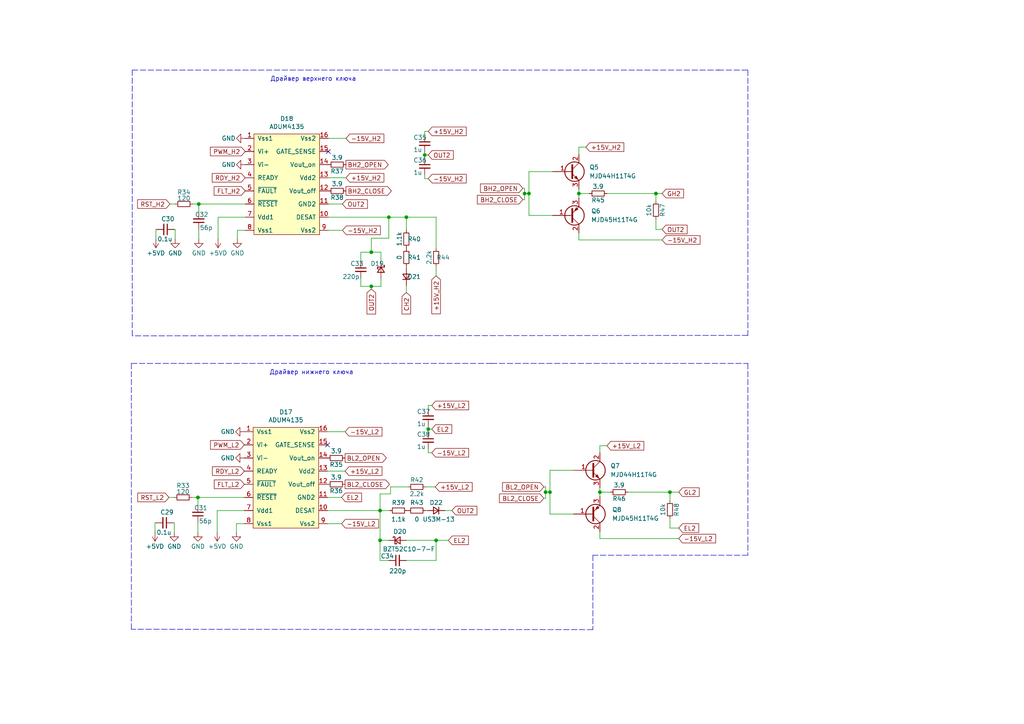
<source format=kicad_sch>
(kicad_sch (version 20211123) (generator eeschema)
  (paper "A4")
  (lib_symbols
    (symbol "ADUM_Driver:ADUM4135" (pin_names (offset 1.016))
      (property "Reference" "D" (at 0 0 0))
      (property "Value" "ADUM_Driver_ADUM4135" (at 0 -1.905 0))
      (symbol "ADUM4135_0_1"
        (rectangle (start -10.16 -3.175) (end 8.89 -32.385) (fill (type background)))
      )
      (symbol "ADUM4135_1_1"
        (pin input line (at -12.7 -4.445 0) (length 2.54) (name "Vss1") (number "1"))
        (pin input line (at 11.43 -27.305 180) (length 2.54) (name "DESAT") (number "10"))
        (pin input line (at 11.43 -23.495 180) (length 2.54) (name "GND2") (number "11"))
        (pin input line (at 11.43 -19.685 180) (length 2.54) (name "Vout_off") (number "12"))
        (pin input line (at 11.43 -15.875 180) (length 2.54) (name "Vdd2") (number "13"))
        (pin input line (at 11.43 -12.065 180) (length 2.54) (name "Vout_on") (number "14"))
        (pin input line (at 11.43 -8.255 180) (length 2.54) (name "GATE_SENSE") (number "15"))
        (pin input line (at 11.43 -4.445 180) (length 2.54) (name "Vss2") (number "16"))
        (pin input line (at -12.7 -8.255 0) (length 2.54) (name "Vi+") (number "2"))
        (pin input line (at -12.7 -12.065 0) (length 2.54) (name "Vi-") (number "3"))
        (pin input line (at -12.7 -15.875 0) (length 2.54) (name "READY") (number "4"))
        (pin input line (at -12.7 -19.685 0) (length 2.54) (name "~{FAULT}") (number "5"))
        (pin input line (at -12.7 -23.495 0) (length 2.54) (name "~{RESET}") (number "6"))
        (pin input line (at -12.7 -27.305 0) (length 2.54) (name "Vdd1") (number "7"))
        (pin input line (at -12.7 -31.115 0) (length 2.54) (name "Vss1") (number "8"))
        (pin input line (at 11.43 -31.115 180) (length 2.54) (name "Vss2") (number "9"))
      )
    )
    (symbol "Device:C_Small" (pin_numbers hide) (pin_names (offset 0.254) hide)
      (property "Reference" "C" (at 0.254 1.778 0))
      (property "Value" "C_Small" (at 0.254 -2.032 0))
      (symbol "C_Small_0_1"
        (polyline (pts (xy -1.524 -0.508) (xy 1.524 -0.508)) (stroke (width 0.3302)))
        (polyline (pts (xy -1.524 0.508) (xy 1.524 0.508)) (stroke (width 0.3048)))
      )
      (symbol "C_Small_1_1"
        (pin passive line (at 0 2.54 270) (length 2.032) (name "~") (number "1"))
        (pin passive line (at 0 -2.54 90) (length 2.032) (name "~") (number "2"))
      )
    )
    (symbol "Device:D_Schottky_Small" (pin_numbers hide) (pin_names (offset 0.254) hide)
      (property "Reference" "D" (at -1.27 2.032 0))
      (property "Value" "D_Schottky_Small" (at -7.112 -2.032 0))
      (symbol "D_Schottky_Small_0_1"
        (polyline (pts (xy -0.762 0) (xy 0.762 0)))
        (polyline (pts (xy 0.762 -1.016) (xy -0.762 0) (xy 0.762 1.016) (xy 0.762 -1.016)) (stroke (width 0.254)))
        (polyline (pts (xy -1.27 0.762) (xy -1.27 1.016) (xy -0.762 1.016) (xy -0.762 -1.016) (xy -0.254 -1.016) (xy -0.254 -0.762)) (stroke (width 0.254)))
      )
      (symbol "D_Schottky_Small_1_1"
        (pin passive line (at -2.54 0 0) (length 1.778) (name "K") (number "1"))
        (pin passive line (at 2.54 0 180) (length 1.778) (name "A") (number "2"))
      )
    )
    (symbol "Device:D_Small" (pin_numbers hide) (pin_names (offset 0.254) hide)
      (property "Reference" "D" (at -1.27 2.032 0))
      (property "Value" "D_Small" (at -3.81 -2.032 0))
      (symbol "D_Small_0_1"
        (polyline (pts (xy -0.762 -1.016) (xy -0.762 1.016)) (stroke (width 0.254)))
        (polyline (pts (xy -0.762 0) (xy 0.762 0)))
        (polyline (pts (xy 0.762 -1.016) (xy -0.762 0) (xy 0.762 1.016) (xy 0.762 -1.016)) (stroke (width 0.254)))
      )
      (symbol "D_Small_1_1"
        (pin passive line (at -2.54 0 0) (length 1.778) (name "K") (number "1"))
        (pin passive line (at 2.54 0 180) (length 1.778) (name "A") (number "2"))
      )
    )
    (symbol "Device:R_Small" (pin_numbers hide) (pin_names (offset 0.254) hide)
      (property "Reference" "R" (at 0.762 0.508 0))
      (property "Value" "R_Small" (at 0.762 -1.016 0))
      (symbol "R_Small_0_1"
        (rectangle (start -0.762 1.778) (end 0.762 -1.778) (stroke (width 0.2032)))
      )
      (symbol "R_Small_1_1"
        (pin passive line (at 0 2.54 270) (length 0.762) (name "~") (number "1"))
        (pin passive line (at 0 -2.54 90) (length 0.762) (name "~") (number "2"))
      )
    )
    (symbol "Transistor_BJT:2SB817" (pin_names (offset 0) hide)
      (property "Reference" "Q" (at 5.08 1.905 0))
      (property "Value" "2SB817" (at 5.08 0 0))
      (symbol "2SB817_0_1"
        (polyline (pts (xy 0 0) (xy 0.635 0)))
        (polyline (pts (xy 2.54 2.54) (xy 0.635 0.635)))
        (polyline (pts (xy 0.635 -0.635) (xy 2.54 -2.54) (xy 2.54 -2.54)))
        (polyline (pts (xy 0.635 1.905) (xy 0.635 -1.905) (xy 0.635 -1.905)) (stroke (width 0.508)))
        (polyline (pts (xy 1.778 -2.286) (xy 2.286 -1.778) (xy 1.27 -1.27) (xy 1.778 -2.286) (xy 1.778 -2.286)) (fill (type outline)))
        (circle (center 1.27 0) (radius 2.8194) (stroke (width 0.254)))
      )
      (symbol "2SB817_1_1"
        (pin input line (at -5.08 0 0) (length 5.08) (name "B") (number "1"))
        (pin passive line (at 2.54 5.08 270) (length 2.54) (name "C") (number "2"))
        (pin passive line (at 2.54 -5.08 90) (length 2.54) (name "E") (number "3"))
      )
    )
    (symbol "Transistor_BJT:BCP56" (pin_names (offset 0) hide)
      (property "Reference" "Q" (at 5.08 1.905 0))
      (property "Value" "BCP56" (at 5.08 0 0))
      (symbol "BCP56_0_1"
        (polyline (pts (xy 0.635 0.635) (xy 2.54 2.54)))
        (polyline (pts (xy 0.635 -0.635) (xy 2.54 -2.54) (xy 2.54 -2.54)))
        (polyline (pts (xy 0.635 1.905) (xy 0.635 -1.905) (xy 0.635 -1.905)) (stroke (width 0.508)))
        (polyline (pts (xy 1.27 -1.778) (xy 1.778 -1.27) (xy 2.286 -2.286) (xy 1.27 -1.778) (xy 1.27 -1.778)) (fill (type outline)))
        (circle (center 1.27 0) (radius 2.8194) (stroke (width 0.254)))
      )
      (symbol "BCP56_1_1"
        (pin input line (at -5.08 0 0) (length 5.715) (name "B") (number "1"))
        (pin passive line (at 2.54 5.08 270) (length 2.54) (name "C") (number "2"))
        (pin passive line (at 2.54 -5.08 90) (length 2.54) (name "E") (number "3"))
        (pin passive line (at 2.54 5.08 270) (length 2.54) hide (name "C") (number "4"))
      )
    )
    (symbol "power:+5VD" (power) (pin_names (offset 0))
      (property "Value" "+5VD" (at 0 3.556 0))
      (symbol "+5VD_0_1"
        (polyline (pts (xy -0.762 1.27) (xy 0 2.54)))
        (polyline (pts (xy 0 0) (xy 0 2.54)))
        (polyline (pts (xy 0 2.54) (xy 0.762 1.27)))
      )
      (symbol "+5VD_1_1"
        (pin power_in line (at 0 0 90) (length 0) hide (name "+5VD") (number "1"))
      )
    )
    (symbol "power:GND" (power) (pin_names (offset 0))
      (property "Value" "GND" (at 0 -3.81 0))
      (symbol "GND_0_1"
        (polyline (pts (xy 0 0) (xy 0 -1.27) (xy 1.27 -1.27) (xy 0 -2.54) (xy -1.27 -1.27) (xy 0 -1.27)))
      )
      (symbol "GND_1_1"
        (pin power_in line (at 0 0 270) (length 0) hide (name "GND") (number "1"))
      )
    )
  )
  (junction (at 167.894 56.134))
  (junction (at 107.696 73.152))
  (junction (at 112.776 62.992))
  (junction (at 173.99 142.748))
  (junction (at 194.31 142.748))
  (junction (at 57.658 59.182))
  (junction (at 158.242 142.748))
  (junction (at 190.246 56.134))
  (junction (at 153.416 56.134))
  (junction (at 159.512 142.748))
  (junction (at 107.696 83.058))
  (junction (at 117.856 62.992))
  (junction (at 110.236 156.718))
  (junction (at 57.404 144.272))
  (junction (at 123.19 44.958))
  (junction (at 110.236 148.082))
  (junction (at 152.146 56.134))
  (junction (at 126.492 156.718))
  (junction (at 124.206 124.46))
  (no_connect (at 95.25 43.942))
  (no_connect (at 94.996 129.032))
  (wire (pts (xy 107.696 69.088) (xy 112.776 69.088)))
  (polyline (pts (xy 38.354 20.32) (xy 208.534 20.32)))
  (wire (pts (xy 123.19 44.196) (xy 123.19 44.958)))
  (wire (pts (xy 190.246 56.134) (xy 192.024 56.134)))
  (wire (pts (xy 63.246 69.342) (xy 63.246 62.992)))
  (wire (pts (xy 167.894 54.864) (xy 167.894 56.134)))
  (wire (pts (xy 104.648 83.058) (xy 107.696 83.058)))
  (wire (pts (xy 157.734 144.526) (xy 158.242 144.526)))
  (polyline (pts (xy 171.958 182.626) (xy 38.1 182.499)))
  (polyline (pts (xy 208.28 20.32) (xy 216.916 20.32)))
  (wire (pts (xy 123.19 51.816) (xy 123.19 50.8)))
  (wire (pts (xy 167.894 42.672) (xy 167.894 44.704)))
  (wire (pts (xy 194.31 142.748) (xy 196.85 142.748)))
  (wire (pts (xy 95.25 66.802) (xy 99.314 66.802)))
  (wire (pts (xy 110.49 80.772) (xy 110.49 83.058)))
  (wire (pts (xy 62.992 154.432) (xy 62.992 148.082)))
  (wire (pts (xy 110.236 143.256) (xy 110.236 148.082)))
  (wire (pts (xy 153.416 49.784) (xy 153.416 56.134)))
  (wire (pts (xy 68.58 151.892) (xy 68.58 154.432)))
  (wire (pts (xy 117.856 156.718) (xy 126.492 156.718)))
  (wire (pts (xy 167.894 56.134) (xy 170.942 56.134)))
  (wire (pts (xy 113.284 143.256) (xy 113.284 141.224)))
  (wire (pts (xy 159.512 136.398) (xy 159.512 142.748)))
  (wire (pts (xy 71.12 66.802) (xy 68.834 66.802)))
  (wire (pts (xy 126.492 62.992) (xy 117.856 62.992)))
  (wire (pts (xy 173.99 156.21) (xy 196.85 156.21)))
  (wire (pts (xy 173.99 142.748) (xy 173.99 144.018)))
  (wire (pts (xy 123.444 141.224) (xy 126.238 141.224)))
  (wire (pts (xy 63.246 62.992) (xy 71.12 62.992)))
  (wire (pts (xy 95.25 51.562) (xy 100.33 51.562)))
  (wire (pts (xy 104.648 75.692) (xy 104.648 73.152)))
  (wire (pts (xy 50.546 154.432) (xy 50.546 151.638)))
  (wire (pts (xy 107.696 73.152) (xy 107.696 69.088)))
  (wire (pts (xy 123.19 38.1) (xy 123.19 39.116)))
  (wire (pts (xy 123.444 148.082) (xy 123.952 148.082)))
  (wire (pts (xy 192.024 66.548) (xy 190.246 66.548)))
  (wire (pts (xy 45.212 69.342) (xy 45.212 66.548)))
  (wire (pts (xy 126.492 162.56) (xy 126.492 156.718)))
  (wire (pts (xy 95.25 40.132) (xy 100.33 40.132)))
  (wire (pts (xy 126.492 77.216) (xy 126.492 80.01)))
  (wire (pts (xy 157.734 141.224) (xy 158.242 141.224)))
  (wire (pts (xy 50.8 69.342) (xy 50.8 66.548)))
  (wire (pts (xy 110.236 156.718) (xy 110.236 148.082)))
  (wire (pts (xy 94.996 148.082) (xy 110.236 148.082)))
  (wire (pts (xy 151.638 57.912) (xy 152.146 57.912)))
  (wire (pts (xy 94.996 125.222) (xy 100.076 125.222)))
  (wire (pts (xy 57.404 144.272) (xy 70.866 144.272)))
  (wire (pts (xy 107.696 83.058) (xy 110.49 83.058)))
  (polyline (pts (xy 216.916 161.036) (xy 171.958 161.036)))
  (wire (pts (xy 158.242 141.224) (xy 158.242 142.748)))
  (wire (pts (xy 94.996 144.272) (xy 99.06 144.272)))
  (wire (pts (xy 173.99 154.178) (xy 173.99 156.21)))
  (wire (pts (xy 110.236 148.082) (xy 113.03 148.082)))
  (wire (pts (xy 159.512 142.748) (xy 159.512 149.098)))
  (wire (pts (xy 95.25 62.992) (xy 112.776 62.992)))
  (wire (pts (xy 112.776 162.56) (xy 110.236 162.56)))
  (wire (pts (xy 190.246 58.42) (xy 190.246 56.134)))
  (wire (pts (xy 158.242 142.748) (xy 159.512 142.748)))
  (wire (pts (xy 152.146 57.912) (xy 152.146 56.134)))
  (wire (pts (xy 117.856 82.804) (xy 117.856 84.836)))
  (wire (pts (xy 124.206 131.318) (xy 124.206 130.302)))
  (wire (pts (xy 194.31 150.368) (xy 194.31 153.162)))
  (wire (pts (xy 160.274 49.784) (xy 153.416 49.784)))
  (wire (pts (xy 70.866 151.892) (xy 68.58 151.892)))
  (wire (pts (xy 112.776 156.718) (xy 110.236 156.718)))
  (wire (pts (xy 49.276 59.182) (xy 50.8 59.182)))
  (wire (pts (xy 118.364 148.082) (xy 118.11 148.082)))
  (wire (pts (xy 167.894 69.596) (xy 192.024 69.596)))
  (wire (pts (xy 57.658 59.182) (xy 71.12 59.182)))
  (wire (pts (xy 167.894 56.134) (xy 167.894 57.404)))
  (wire (pts (xy 124.206 51.816) (xy 123.19 51.816)))
  (wire (pts (xy 104.648 80.772) (xy 104.648 83.058)))
  (wire (pts (xy 167.894 67.564) (xy 167.894 69.596)))
  (wire (pts (xy 117.856 62.992) (xy 117.856 66.802)))
  (wire (pts (xy 151.638 54.61) (xy 152.146 54.61)))
  (wire (pts (xy 50.8 66.548) (xy 50.546 66.548)))
  (wire (pts (xy 112.776 62.992) (xy 117.856 62.992)))
  (wire (pts (xy 190.246 63.5) (xy 190.246 66.548)))
  (wire (pts (xy 57.404 154.432) (xy 57.404 151.638)))
  (wire (pts (xy 153.416 56.134) (xy 153.416 62.484)))
  (wire (pts (xy 123.19 44.958) (xy 123.19 45.72)))
  (wire (pts (xy 110.49 75.692) (xy 110.49 73.152)))
  (wire (pts (xy 107.696 73.152) (xy 110.49 73.152)))
  (wire (pts (xy 123.19 44.958) (xy 124.206 44.958)))
  (wire (pts (xy 50.546 151.638) (xy 50.292 151.638)))
  (wire (pts (xy 107.696 83.058) (xy 107.696 83.82)))
  (wire (pts (xy 117.856 162.56) (xy 126.492 162.56)))
  (wire (pts (xy 49.022 144.272) (xy 50.546 144.272)))
  (polyline (pts (xy 142.494 105.41) (xy 216.916 105.41)))
  (wire (pts (xy 169.926 42.672) (xy 167.894 42.672)))
  (wire (pts (xy 113.284 141.224) (xy 118.364 141.224)))
  (wire (pts (xy 94.996 151.892) (xy 99.06 151.892)))
  (wire (pts (xy 124.206 124.46) (xy 125.222 124.46)))
  (wire (pts (xy 152.146 56.134) (xy 153.416 56.134)))
  (wire (pts (xy 152.146 54.61) (xy 152.146 56.134)))
  (wire (pts (xy 117.856 77.216) (xy 117.856 77.724)))
  (wire (pts (xy 158.242 144.526) (xy 158.242 142.748)))
  (wire (pts (xy 117.856 72.136) (xy 117.856 71.882)))
  (wire (pts (xy 44.958 151.638) (xy 45.212 151.638)))
  (wire (pts (xy 104.648 73.152) (xy 107.696 73.152)))
  (wire (pts (xy 45.212 66.548) (xy 45.466 66.548)))
  (wire (pts (xy 173.99 142.748) (xy 177.038 142.748)))
  (wire (pts (xy 129.032 148.082) (xy 131.064 148.082)))
  (wire (pts (xy 173.99 141.478) (xy 173.99 142.748)))
  (wire (pts (xy 95.25 59.182) (xy 99.314 59.182)))
  (wire (pts (xy 94.996 136.652) (xy 100.076 136.652)))
  (wire (pts (xy 55.626 144.272) (xy 57.404 144.272)))
  (wire (pts (xy 55.88 59.182) (xy 57.658 59.182)))
  (wire (pts (xy 124.206 123.698) (xy 124.206 124.46)))
  (wire (pts (xy 112.776 69.088) (xy 112.776 62.992)))
  (wire (pts (xy 125.222 131.318) (xy 124.206 131.318)))
  (wire (pts (xy 113.284 143.256) (xy 110.236 143.256)))
  (wire (pts (xy 160.274 62.484) (xy 153.416 62.484)))
  (wire (pts (xy 166.37 136.398) (xy 159.512 136.398)))
  (wire (pts (xy 126.492 72.136) (xy 126.492 62.992)))
  (wire (pts (xy 194.31 145.288) (xy 194.31 142.748)))
  (wire (pts (xy 196.85 153.162) (xy 194.31 153.162)))
  (wire (pts (xy 182.118 142.748) (xy 194.31 142.748)))
  (polyline (pts (xy 216.916 97.282) (xy 38.354 97.409)))
  (wire (pts (xy 126.492 156.718) (xy 130.048 156.718)))
  (wire (pts (xy 110.236 162.56) (xy 110.236 156.718)))
  (polyline (pts (xy 38.1 105.41) (xy 142.621 105.41)))
  (polyline (pts (xy 216.916 20.32) (xy 216.916 97.282)))
  (wire (pts (xy 176.022 56.134) (xy 190.246 56.134)))
  (polyline (pts (xy 216.916 105.41) (xy 216.916 161.036)))
  (wire (pts (xy 166.37 149.098) (xy 159.512 149.098)))
  (wire (pts (xy 124.206 38.1) (xy 123.19 38.1)))
  (polyline (pts (xy 38.1 182.499) (xy 38.1 105.41)))
  (wire (pts (xy 124.206 124.46) (xy 124.206 125.222)))
  (polyline (pts (xy 38.354 97.409) (xy 38.354 20.32)))
  (wire (pts (xy 57.658 69.342) (xy 57.658 66.548)))
  (wire (pts (xy 68.834 66.802) (xy 68.834 69.342)))
  (wire (pts (xy 57.658 61.468) (xy 57.658 59.182)))
  (wire (pts (xy 173.99 129.286) (xy 173.99 131.318)))
  (polyline (pts (xy 171.958 161.036) (xy 171.958 182.626)))
  (wire (pts (xy 124.206 117.602) (xy 124.206 118.618)))
  (wire (pts (xy 57.404 146.558) (xy 57.404 144.272)))
  (wire (pts (xy 125.222 117.602) (xy 124.206 117.602)))
  (wire (pts (xy 62.992 148.082) (xy 70.866 148.082)))
  (wire (pts (xy 176.022 129.286) (xy 173.99 129.286)))
  (wire (pts (xy 44.958 154.432) (xy 44.958 151.638)))
  (text "Драйвер нижнего ключа" (at 78.105 108.839 0) (effects (font (size 1.27 1.27)) (justify left bottom)))
  (text "Драйвер верхнего ключа" (at 78.359 23.749 0) (effects (font (size 1.27 1.27)) (justify left bottom)))
  (global_label "RST_H2" (shape input) (at 49.276 59.182 180) (property "Intersheet References" "${INTERSHEET_REFS}" (effects hide)))
  (global_label "BH2_CLOSE" (shape input) (at 151.638 57.912 180) (property "Intersheet References" "${INTERSHEET_REFS}" (effects hide)))
  (global_label "OUT2" (shape input) (at 124.206 44.958 0) (property "Intersheet References" "${INTERSHEET_REFS}" (effects hide)))
  (global_label "BH2_OPEN" (shape output) (at 100.33 47.752 0) (property "Intersheet References" "${INTERSHEET_REFS}" (effects hide)))
  (global_label "PWM_L2" (shape input) (at 70.866 129.032 180) (property "Intersheet References" "${INTERSHEET_REFS}" (effects hide)))
  (global_label "+15V_H2" (shape input) (at 126.492 80.01 270) (property "Intersheet References" "${INTERSHEET_REFS}" (effects hide)))
  (global_label "-15V_L2" (shape input) (at 196.85 156.21 0) (property "Intersheet References" "${INTERSHEET_REFS}" (effects hide)))
  (global_label "+15V_L2" (shape input) (at 176.022 129.286 0) (property "Intersheet References" "${INTERSHEET_REFS}" (effects hide)))
  (global_label "EL2" (shape input) (at 125.222 124.46 0) (property "Intersheet References" "${INTERSHEET_REFS}" (effects hide)))
  (global_label "GH2" (shape input) (at 192.024 56.134 0) (property "Intersheet References" "${INTERSHEET_REFS}" (effects hide)))
  (global_label "BH2_OPEN" (shape input) (at 151.638 54.61 180) (property "Intersheet References" "${INTERSHEET_REFS}" (effects hide)))
  (global_label "BL2_CLOSE" (shape output) (at 100.076 140.462 0) (property "Intersheet References" "${INTERSHEET_REFS}" (effects hide)))
  (global_label "-15V_H2" (shape input) (at 124.206 51.816 0) (property "Intersheet References" "${INTERSHEET_REFS}" (effects hide)))
  (global_label "-15V_L2" (shape input) (at 125.222 131.318 0) (property "Intersheet References" "${INTERSHEET_REFS}" (effects hide)))
  (global_label "OUT2" (shape input) (at 192.024 66.548 0) (property "Intersheet References" "${INTERSHEET_REFS}" (effects hide)))
  (global_label "+15V_H2" (shape input) (at 169.926 42.672 0) (property "Intersheet References" "${INTERSHEET_REFS}" (effects hide)))
  (global_label "+15V_H2" (shape input) (at 100.33 51.562 0) (property "Intersheet References" "${INTERSHEET_REFS}" (effects hide)))
  (global_label "OUT2" (shape input) (at 99.314 59.182 0) (property "Intersheet References" "${INTERSHEET_REFS}" (effects hide)))
  (global_label "RDY_L2" (shape input) (at 70.866 136.652 180) (property "Intersheet References" "${INTERSHEET_REFS}" (effects hide)))
  (global_label "EL2" (shape input) (at 99.06 144.272 0) (property "Intersheet References" "${INTERSHEET_REFS}" (effects hide)))
  (global_label "EL2" (shape input) (at 196.85 153.162 0) (property "Intersheet References" "${INTERSHEET_REFS}" (effects hide)))
  (global_label "EL2" (shape input) (at 130.048 156.718 0) (property "Intersheet References" "${INTERSHEET_REFS}" (effects hide)))
  (global_label "RST_L2" (shape input) (at 49.022 144.272 180) (property "Intersheet References" "${INTERSHEET_REFS}" (effects hide)))
  (global_label "RDY_H2" (shape input) (at 71.12 51.562 180) (property "Intersheet References" "${INTERSHEET_REFS}" (effects hide)))
  (global_label "-15V_L2" (shape input) (at 99.06 151.892 0) (property "Intersheet References" "${INTERSHEET_REFS}" (effects hide)))
  (global_label "BL2_OPEN" (shape input) (at 157.734 141.224 180) (property "Intersheet References" "${INTERSHEET_REFS}" (effects hide)))
  (global_label "BL2_CLOSE" (shape input) (at 157.734 144.526 180) (property "Intersheet References" "${INTERSHEET_REFS}" (effects hide)))
  (global_label "CH2" (shape input) (at 117.856 84.836 270) (property "Intersheet References" "${INTERSHEET_REFS}" (effects hide)))
  (global_label "-15V_H2" (shape input) (at 192.024 69.596 0) (property "Intersheet References" "${INTERSHEET_REFS}" (effects hide)))
  (global_label "GL2" (shape input) (at 196.85 142.748 0) (property "Intersheet References" "${INTERSHEET_REFS}" (effects hide)))
  (global_label "FLT_H2" (shape input) (at 71.12 55.372 180) (property "Intersheet References" "${INTERSHEET_REFS}" (effects hide)))
  (global_label "OUT2" (shape input) (at 131.064 148.082 0) (property "Intersheet References" "${INTERSHEET_REFS}" (effects hide)))
  (global_label "OUT2" (shape input) (at 107.696 83.82 270) (property "Intersheet References" "${INTERSHEET_REFS}" (effects hide)))
  (global_label "FLT_L2" (shape input) (at 70.866 140.462 180) (property "Intersheet References" "${INTERSHEET_REFS}" (effects hide)))
  (global_label "+15V_L2" (shape input) (at 125.222 117.602 0) (property "Intersheet References" "${INTERSHEET_REFS}" (effects hide)))
  (global_label "-15V_H2" (shape input) (at 99.314 66.802 0) (property "Intersheet References" "${INTERSHEET_REFS}" (effects hide)))
  (global_label "+15V_L2" (shape input) (at 126.238 141.224 0) (property "Intersheet References" "${INTERSHEET_REFS}" (effects hide)))
  (global_label "BH2_CLOSE" (shape output) (at 100.33 55.372 0) (property "Intersheet References" "${INTERSHEET_REFS}" (effects hide)))
  (global_label "+15V_L2" (shape input) (at 100.076 136.652 0) (property "Intersheet References" "${INTERSHEET_REFS}" (effects hide)))
  (global_label "-15V_L2" (shape input) (at 100.076 125.222 0) (property "Intersheet References" "${INTERSHEET_REFS}" (effects hide)))
  (global_label "BL2_OPEN" (shape output) (at 100.076 132.842 0) (property "Intersheet References" "${INTERSHEET_REFS}" (effects hide)))
  (global_label "+15V_H2" (shape input) (at 124.206 38.1 0) (property "Intersheet References" "${INTERSHEET_REFS}" (effects hide)))
  (global_label "PWM_H2" (shape input) (at 71.12 43.942 180) (property "Intersheet References" "${INTERSHEET_REFS}" (effects hide)))
  (global_label "-15V_H2" (shape input) (at 100.33 40.132 0) (property "Intersheet References" "${INTERSHEET_REFS}" (effects hide)))
  (symbol (lib_id "Device:C_Small") (at 124.206 127.762 0) (unit 1)
    (property "Reference" "C38" (at 120.904 125.984 0) (effects (justify left)))
    (property "Value" "1u" (at 120.904 129.54 0) (effects (justify left)))
    (property "Footprint" "Capacitor_SMD:C_0805_2012Metric_Pad1.18x1.45mm_HandSolder" (effects hide))
  )
  (symbol (lib_id "Device:D_Schottky_Small") (at 110.49 78.232 270) (unit 1)
    (property "Reference" "D19" (at 107.442 76.454 90) (effects (justify left)))
    (property "Value" "BZT52C10-7-F" (effects hide))
    (property "Footprint" "Diode_SMD:D_SOD-123" (effects hide))
  )
  (symbol (lib_id "Device:R_Small") (at 97.79 47.752 270) (unit 1)
    (property "Reference" "R37" (at 97.79 49.657 90))
    (property "Value" "3.9" (at 97.79 45.72 90))
    (property "Footprint" "Resistor_SMD:R_2512_6332Metric_Pad1.40x3.35mm_HandSolder" (effects hide))
  )
  (symbol (lib_id "Device:R_Small") (at 97.79 55.372 270) (unit 1)
    (property "Reference" "R38" (at 97.79 57.277 90))
    (property "Value" "3.9" (at 97.79 53.34 90))
    (property "Footprint" "Resistor_SMD:R_2512_6332Metric_Pad1.40x3.35mm_HandSolder" (effects hide))
  )
  (symbol (lib_id "Device:C_Small") (at 57.404 149.098 180) (unit 1)
    (property "Reference" "C31" (at 60.198 147.32 0) (effects (justify left)))
    (property "Value" "56p" (at 57.658 151.13 0) (effects (justify right)))
    (property "Footprint" "Capacitor_SMD:C_0805_2012Metric_Pad1.18x1.45mm_HandSolder" (effects hide))
  )
  (symbol (lib_id "power:GND") (at 71.12 47.752 270) (unit 1)
    (property "Reference" "#PWR0157" (effects hide))
    (property "Value" "GND" (at 64.262 47.752 90) (effects (justify left)))
  )
  (symbol (lib_id "power:+5VD") (at 45.212 69.342 180) (unit 1)
    (property "Reference" "#PWR052" (effects hide))
    (property "Value" "+5VD" (at 45.212 73.406 0))
  )
  (symbol (lib_id "Device:R_Small") (at 120.904 141.224 90) (unit 1)
    (property "Reference" "R42" (at 120.904 139.192 90))
    (property "Value" "2.2k" (at 120.904 143.256 90))
    (property "Footprint" "Resistor_SMD:R_0805_2012Metric_Pad1.20x1.40mm_HandSolder" (effects hide))
  )
  (symbol (lib_id "Device:D_Small") (at 117.856 80.264 90) (unit 1)
    (property "Reference" "D21" (at 120.142 80.264 90))
    (property "Value" "US3M-13" (effects hide))
    (property "Footprint" "Diode_SMD:D_SMC" (effects hide))
  )
  (symbol (lib_id "Device:C_Small") (at 124.206 121.158 0) (unit 1)
    (property "Reference" "C37" (at 120.904 119.38 0) (effects (justify left)))
    (property "Value" "1u" (at 120.904 122.936 0) (effects (justify left)))
    (property "Footprint" "Capacitor_SMD:C_0805_2012Metric_Pad1.18x1.45mm_HandSolder" (effects hide))
  )
  (symbol (lib_id "power:+5VD") (at 44.958 154.432 180) (unit 1)
    (property "Reference" "#PWR051" (effects hide))
    (property "Value" "+5VD" (at 44.958 158.496 0))
  )
  (symbol (lib_id "Device:D_Small") (at 126.492 148.082 180) (unit 1)
    (property "Reference" "D22" (at 126.492 145.796 0))
    (property "Value" "US3M-13" (at 127.254 150.622 0))
    (property "Footprint" "Diode_SMD:D_SMC" (effects hide))
  )
  (symbol (lib_id "Device:R_Small") (at 120.904 148.082 270) (unit 1)
    (property "Reference" "R43" (at 120.904 145.796 90))
    (property "Value" "0" (at 120.904 150.622 90))
    (property "Footprint" "Resistor_SMD:R_1206_3216Metric_Pad1.30x1.75mm_HandSolder" (effects hide))
  )
  (symbol (lib_id "Transistor_BJT:2SB817") (at 171.45 149.098 0) (mirror x) (unit 1)
    (property "Reference" "Q8" (at 177.546 147.8279 0) (effects (justify left)))
    (property "Value" "MJD45H11T4G" (at 177.546 150.3679 0) (effects (justify left)))
    (property "Footprint" "Package_TO_SOT_SMD:TO-252-2" (effects hide))
    (property "Datasheet" "http://skory.gylcomp.hu/alkatresz/2SB817.pdf" (effects hide))
  )
  (symbol (lib_id "Device:C_Small") (at 123.19 41.656 0) (unit 1)
    (property "Reference" "C35" (at 119.888 39.878 0) (effects (justify left)))
    (property "Value" "1u" (at 119.888 43.434 0) (effects (justify left)))
    (property "Footprint" "Capacitor_SMD:C_0805_2012Metric_Pad1.18x1.45mm_HandSolder" (effects hide))
  )
  (symbol (lib_id "Device:R_Small") (at 115.57 148.082 270) (unit 1)
    (property "Reference" "R39" (at 115.57 145.796 90))
    (property "Value" "1.1k" (at 115.57 150.622 90))
    (property "Footprint" "Resistor_SMD:R_0805_2012Metric_Pad1.20x1.40mm_HandSolder" (effects hide))
  )
  (symbol (lib_id "Device:R_Small") (at 126.492 74.676 0) (unit 1)
    (property "Reference" "R44" (at 128.524 74.676 0))
    (property "Value" "2.2k" (at 124.46 74.676 90))
    (property "Footprint" "Resistor_SMD:R_0805_2012Metric_Pad1.20x1.40mm_HandSolder" (effects hide))
  )
  (symbol (lib_id "Device:R_Small") (at 53.34 59.182 90) (unit 1)
    (property "Reference" "R34" (at 53.34 55.753 90))
    (property "Value" "120" (at 53.34 57.531 90))
    (property "Footprint" "Resistor_SMD:R_0805_2012Metric_Pad1.20x1.40mm_HandSolder" (effects hide))
  )
  (symbol (lib_id "Device:C_Small") (at 115.316 162.56 90) (unit 1)
    (property "Reference" "C34" (at 114.3 161.29 90) (effects (justify left)))
    (property "Value" "220p" (at 117.856 165.608 90) (effects (justify left)))
    (property "Footprint" "Capacitor_SMD:C_0805_2012Metric_Pad1.18x1.45mm_HandSolder" (effects hide))
  )
  (symbol (lib_id "Device:C_Small") (at 104.648 78.232 0) (unit 1)
    (property "Reference" "C33" (at 101.6 76.454 0) (effects (justify left)))
    (property "Value" "220p" (at 99.314 80.264 0) (effects (justify left)))
    (property "Footprint" "Capacitor_SMD:C_0805_2012Metric_Pad1.18x1.45mm_HandSolder" (effects hide))
  )
  (symbol (lib_id "Device:R_Small") (at 173.482 56.134 270) (unit 1)
    (property "Reference" "R45" (at 173.482 58.039 90))
    (property "Value" "3.9" (at 173.482 54.102 90))
    (property "Footprint" "Resistor_SMD:R_2512_6332Metric_Pad1.40x3.35mm_HandSolder" (effects hide))
  )
  (symbol (lib_id "power:GND") (at 71.12 40.132 270) (unit 1)
    (property "Reference" "#PWR0156" (effects hide))
    (property "Value" "GND" (at 64.262 40.132 90) (effects (justify left)))
  )
  (symbol (lib_id "power:GND") (at 68.834 69.342 0) (unit 1)
    (property "Reference" "#PWR0155" (effects hide))
    (property "Value" "GND" (at 66.802 73.406 0) (effects (justify left)))
  )
  (symbol (lib_id "Device:R_Small") (at 190.246 60.96 0) (unit 1)
    (property "Reference" "R47" (at 192.151 60.96 90))
    (property "Value" "10k" (at 188.214 60.96 90))
    (property "Footprint" "Resistor_SMD:R_1210_3225Metric_Pad1.30x2.65mm_HandSolder" (effects hide))
  )
  (symbol (lib_id "Device:R_Small") (at 97.536 132.842 270) (unit 1)
    (property "Reference" "R35" (at 97.536 134.747 90))
    (property "Value" "3.9" (at 97.536 130.81 90))
    (property "Footprint" "Resistor_SMD:R_2512_6332Metric_Pad1.40x3.35mm_HandSolder" (effects hide))
  )
  (symbol (lib_id "Device:R_Small") (at 117.856 69.342 180) (unit 1)
    (property "Reference" "R40" (at 120.142 69.342 0))
    (property "Value" "1.1k" (at 115.824 69.342 90))
    (property "Footprint" "Resistor_SMD:R_0805_2012Metric_Pad1.20x1.40mm_HandSolder" (effects hide))
  )
  (symbol (lib_id "power:+5VD") (at 63.246 69.342 180) (unit 1)
    (property "Reference" "#PWR058" (effects hide))
    (property "Value" "+5VD" (at 63.246 73.406 0))
  )
  (symbol (lib_id "Transistor_BJT:2SB817") (at 165.354 62.484 0) (mirror x) (unit 1)
    (property "Reference" "Q6" (at 171.45 61.2139 0) (effects (justify left)))
    (property "Value" "MJD45H11T4G" (at 171.45 63.7539 0) (effects (justify left)))
    (property "Footprint" "Package_TO_SOT_SMD:TO-252-2" (effects hide))
    (property "Datasheet" "http://skory.gylcomp.hu/alkatresz/2SB817.pdf" (effects hide))
  )
  (symbol (lib_id "power:+5VD") (at 62.992 154.432 180) (unit 1)
    (property "Reference" "#PWR057" (effects hide))
    (property "Value" "+5VD" (at 62.992 158.496 0))
  )
  (symbol (lib_id "Device:C_Small") (at 47.752 151.638 270) (unit 1)
    (property "Reference" "C29" (at 46.482 148.59 90) (effects (justify left)))
    (property "Value" "0.1u" (at 49.784 154.432 90) (effects (justify right)))
    (property "Footprint" "Capacitor_SMD:C_0805_2012Metric_Pad1.18x1.45mm_HandSolder" (effects hide))
  )
  (symbol (lib_id "power:GND") (at 68.58 154.432 0) (unit 1)
    (property "Reference" "#PWR0160" (effects hide))
    (property "Value" "GND" (at 66.548 158.496 0) (effects (justify left)))
  )
  (symbol (lib_id "Device:R_Small") (at 53.086 144.272 90) (unit 1)
    (property "Reference" "R33" (at 53.086 140.843 90))
    (property "Value" "120" (at 53.086 142.621 90))
    (property "Footprint" "Resistor_SMD:R_0805_2012Metric_Pad1.20x1.40mm_HandSolder" (effects hide))
  )
  (symbol (lib_id "power:GND") (at 57.404 154.432 0) (unit 1)
    (property "Reference" "#PWR0159" (effects hide))
    (property "Value" "GND" (at 55.372 158.496 0) (effects (justify left)))
  )
  (symbol (lib_id "Device:R_Small") (at 179.578 142.748 270) (unit 1)
    (property "Reference" "R46" (at 179.578 144.653 90))
    (property "Value" "3.9" (at 179.578 140.716 90))
    (property "Footprint" "Resistor_SMD:R_2512_6332Metric_Pad1.40x3.35mm_HandSolder" (effects hide))
  )
  (symbol (lib_id "Device:D_Schottky_Small") (at 115.316 156.718 0) (unit 1)
    (property "Reference" "D20" (at 114.046 154.178 0) (effects (justify left)))
    (property "Value" "BZT52C10-7-F" (at 110.998 159.258 0) (effects (justify left)))
    (property "Footprint" "Diode_SMD:D_SOD-123" (effects hide))
  )
  (symbol (lib_id "power:GND") (at 50.8 69.342 0) (unit 1)
    (property "Reference" "#PWR0153" (effects hide))
    (property "Value" "GND" (at 48.768 73.406 0) (effects (justify left)))
  )
  (symbol (lib_id "power:GND") (at 57.658 69.342 0) (unit 1)
    (property "Reference" "#PWR0154" (effects hide))
    (property "Value" "GND" (at 55.626 73.406 0) (effects (justify left)))
  )
  (symbol (lib_id "Device:C_Small") (at 48.006 66.548 270) (unit 1)
    (property "Reference" "C30" (at 46.736 63.5 90) (effects (justify left)))
    (property "Value" "0.1u" (at 50.038 69.342 90) (effects (justify right)))
    (property "Footprint" "Capacitor_SMD:C_0805_2012Metric_Pad1.18x1.45mm_HandSolder" (effects hide))
  )
  (symbol (lib_id "power:GND") (at 70.866 132.842 270) (unit 1)
    (property "Reference" "#PWR0162" (effects hide))
    (property "Value" "GND" (at 64.008 132.842 90) (effects (justify left)))
  )
  (symbol (lib_id "ADUM_Driver:ADUM4135") (at 83.566 120.777 0) (unit 1)
    (property "Reference" "D17" (at 82.931 119.507 0))
    (property "Value" "ADUM4135" (at 82.931 121.8184 0))
    (property "Footprint" "Package_SO:SOIC-16W_7.5x10.3mm_P1.27mm" (effects hide))
  )
  (symbol (lib_id "Device:R_Small") (at 194.31 147.828 0) (unit 1)
    (property "Reference" "R48" (at 196.215 147.828 90))
    (property "Value" "10k" (at 192.278 147.828 90))
    (property "Footprint" "Resistor_SMD:R_1210_3225Metric_Pad1.30x2.65mm_HandSolder" (effects hide))
  )
  (symbol (lib_id "Device:R_Small") (at 117.856 74.676 180) (unit 1)
    (property "Reference" "R41" (at 120.142 74.676 0))
    (property "Value" "0" (at 115.824 74.676 90))
    (property "Footprint" "Resistor_SMD:R_1206_3216Metric_Pad1.30x1.75mm_HandSolder" (effects hide))
  )
  (symbol (lib_id "Device:C_Small") (at 57.658 64.008 180) (unit 1)
    (property "Reference" "C32" (at 60.452 62.23 0) (effects (justify left)))
    (property "Value" "56p" (at 57.912 66.04 0) (effects (justify right)))
    (property "Footprint" "Capacitor_SMD:C_0805_2012Metric_Pad1.18x1.45mm_HandSolder" (effects hide))
  )
  (symbol (lib_id "Device:R_Small") (at 97.536 140.462 270) (unit 1)
    (property "Reference" "R36" (at 97.536 142.367 90))
    (property "Value" "3.9" (at 97.536 138.43 90))
    (property "Footprint" "Resistor_SMD:R_2512_6332Metric_Pad1.40x3.35mm_HandSolder" (effects hide))
  )
  (symbol (lib_id "power:GND") (at 50.546 154.432 0) (unit 1)
    (property "Reference" "#PWR0158" (effects hide))
    (property "Value" "GND" (at 48.514 158.496 0) (effects (justify left)))
  )
  (symbol (lib_id "power:GND") (at 70.866 125.222 270) (unit 1)
    (property "Reference" "#PWR0161" (effects hide))
    (property "Value" "GND" (at 64.008 125.222 90) (effects (justify left)))
  )
  (symbol (lib_id "Transistor_BJT:BCP56") (at 171.45 136.398 0) (unit 1)
    (property "Reference" "Q7" (at 177.038 135.1279 0) (effects (justify left)))
    (property "Value" "MJD44H11T4G" (at 177.038 137.6679 0) (effects (justify left)))
    (property "Footprint" "Package_TO_SOT_SMD:TO-252-2" (effects hide))
    (property "Datasheet" "http://cache.nxp.com/documents/data_sheet/BCP56_BCX56_BC56PA.pdf?pspll=1" (effects hide))
  )
  (symbol (lib_id "ADUM_Driver:ADUM4135") (at 83.82 35.687 0) (unit 1)
    (property "Reference" "D18" (at 83.185 34.417 0))
    (property "Value" "ADUM4135" (at 83.185 36.7284 0))
    (property "Footprint" "Package_SO:SOIC-16W_7.5x10.3mm_P1.27mm" (effects hide))
  )
  (symbol (lib_id "Transistor_BJT:BCP56") (at 165.354 49.784 0) (unit 1)
    (property "Reference" "Q5" (at 170.942 48.5139 0) (effects (justify left)))
    (property "Value" "MJD44H11T4G" (at 170.942 51.0539 0) (effects (justify left)))
    (property "Footprint" "Package_TO_SOT_SMD:TO-252-2" (effects hide))
    (property "Datasheet" "http://cache.nxp.com/documents/data_sheet/BCP56_BCX56_BC56PA.pdf?pspll=1" (effects hide))
  )
  (symbol (lib_id "Device:C_Small") (at 123.19 48.26 0) (unit 1)
    (property "Reference" "C36" (at 119.888 46.482 0) (effects (justify left)))
    (property "Value" "1u" (at 119.888 50.038 0) (effects (justify left)))
    (property "Footprint" "Capacitor_SMD:C_0805_2012Metric_Pad1.18x1.45mm_HandSolder" (effects hide))
  )
)
</source>
